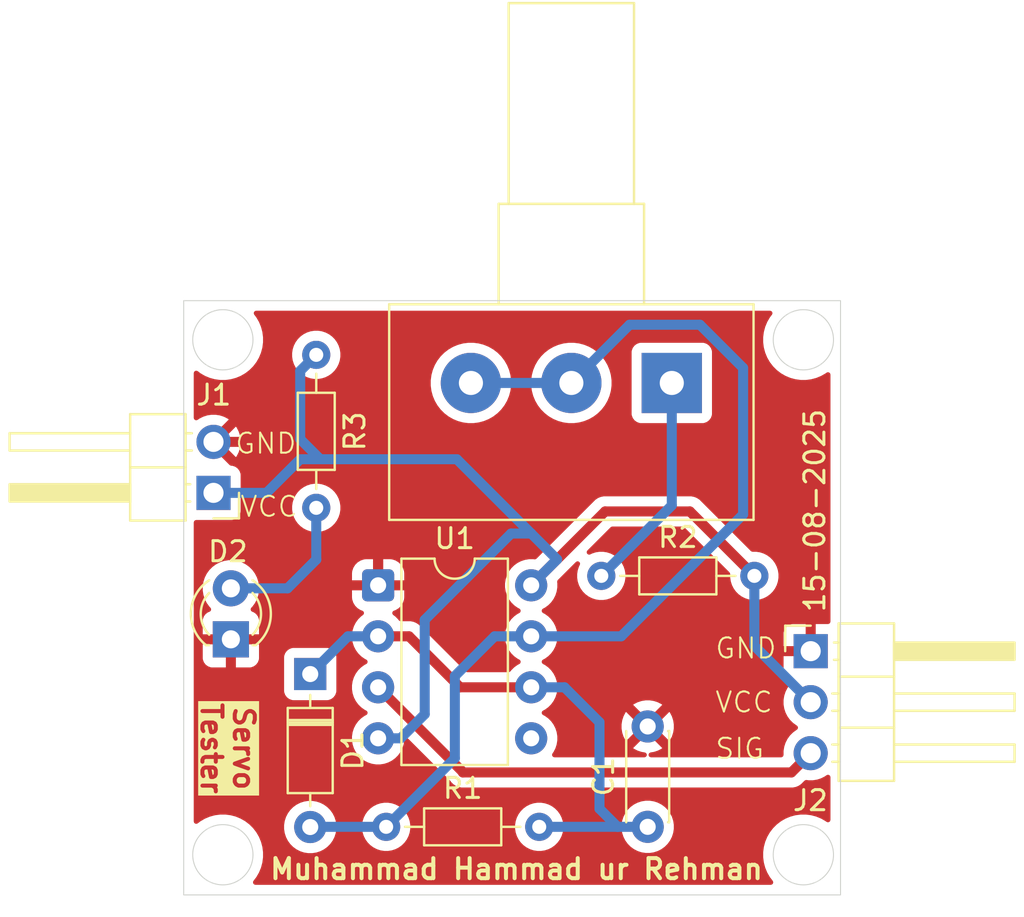
<source format=kicad_pcb>
(kicad_pcb (version 20241229) (generator "pcbnew") (generator_version "9.0")
  (layers (0 "F.Cu" signal) (2 "B.Cu" signal) (13 "F.Paste" user) (15 "B.Paste" user) (5 "F.SilkS" user "F.Silkscreen") (7 "B.SilkS" user "B.Silkscreen") (1 "F.Mask" user) (3 "B.Mask" user) (25 "Edge.Cuts" user))
  (net 0 "")
  (net 1 "Net-(100K1-Pad1)")
  (net 2 "Net-(D1-A)")
  (net 3 "Net-(D1-K)")
  (net 4 "GND")
  (net 5 "Net-(D2-A)")
  (net 6 "/VCC")
  (net 7 "/SIG")
  (footprint "Resistor_THT:R_Axial_DIN0204_L3.6mm_D1.6mm_P7.62mm_Horizontal" (layer "F.Cu") (at 140.98 102.51)
    (property "Reference" "R1" (at 3.81 -1.92 0) (layer "F.SilkS"))
    (property "Value" "3M3")
    (fp_line (start 0.94 0) (end 1.89 0) (stroke (width 0.12)) (layer "F.SilkS"))
    (fp_line (start 1.89 -0.92) (end 1.89 0.92) (stroke (width 0.12)) (layer "F.SilkS"))
    (fp_line (start 1.89 0.92) (end 5.73 0.92) (stroke (width 0.12)) (layer "F.SilkS"))
    (fp_line (start 5.73 -0.92) (end 1.89 -0.92) (stroke (width 0.12)) (layer "F.SilkS"))
    (fp_line (start 5.73 0.92) (end 5.73 -0.92) (stroke (width 0.12)) (layer "F.SilkS"))
    (fp_line (start 6.68 0) (end 5.73 0) (stroke (width 0.12)) (layer "F.SilkS"))
    (pad "1" thru_hole circle (at 0 0) (size 1.4 1.4) (drill 0.7) (layers "*.Cu" "*.Mask") (net 2 "Net-(D1-A)"))
    (pad "2" thru_hole oval (at 7.62 0) (size 1.4 1.4) (drill 0.7) (layers "*.Cu" "*.Mask") (net 3 "Net-(D1-K)"))
  )
  (footprint "Connector_PinHeader_2.54mm:PinHeader_1x03_P2.54mm_Horizontal" (layer "F.Cu") (at 162.115 93.76)
    (property "Reference" "J2" (at -0.015 7.44 0) (layer "F.SilkS"))
    (property "Value" "Conn_01x03_Pin")
    (fp_line (start -1.27 -1.27) (end 0 -1.27) (stroke (width 0.12)) (layer "F.SilkS"))
    (fp_line (start -1.27 0) (end -1.27 -1.27) (stroke (width 0.12)) (layer "F.SilkS"))
    (fp_line (start 1.077358 2.11) (end 1.39 2.11) (stroke (width 0.12)) (layer "F.SilkS"))
    (fp_line (start 1.077358 2.97) (end 1.39 2.97) (stroke (width 0.12)) (layer "F.SilkS"))
    (fp_line (start 1.077358 4.65) (end 1.39 4.65) (stroke (width 0.12)) (layer "F.SilkS"))
    (fp_line (start 1.077358 5.51) (end 1.39 5.51) (stroke (width 0.12)) (layer "F.SilkS"))
    (fp_line (start 1.16 -0.43) (end 1.39 -0.43) (stroke (width 0.12)) (layer "F.SilkS"))
    (fp_line (start 1.16 0.43) (end 1.39 0.43) (stroke (width 0.12)) (layer "F.SilkS"))
    (fp_line (start 1.39 -1.38) (end 1.39 6.46) (stroke (width 0.12)) (layer "F.SilkS"))
    (fp_line (start 1.39 1.27) (end 4.15 1.27) (stroke (width 0.12)) (layer "F.SilkS"))
    (fp_line (start 1.39 3.81) (end 4.15 3.81) (stroke (width 0.12)) (layer "F.SilkS"))
    (fp_line (start 1.39 6.46) (end 4.15 6.46) (stroke (width 0.12)) (layer "F.SilkS"))
    (fp_line (start 4.15 -1.38) (end 1.39 -1.38) (stroke (width 0.12)) (layer "F.SilkS"))
    (fp_line (start 4.15 2.11) (end 10.15 2.11) (stroke (width 0.12)) (layer "F.SilkS"))
    (fp_line (start 4.15 4.65) (end 10.15 4.65) (stroke (width 0.12)) (layer "F.SilkS"))
    (fp_line (start 4.15 6.46) (end 4.15 -1.38) (stroke (width 0.12)) (layer "F.SilkS"))
    (fp_line (start 10.15 2.11) (end 10.15 2.97) (stroke (width 0.12)) (layer "F.SilkS"))
    (fp_line (start 10.15 2.97) (end 4.15 2.97) (stroke (width 0.12)) (layer "F.SilkS"))
    (fp_line (start 10.15 4.65) (end 10.15 5.51) (stroke (width 0.12)) (layer "F.SilkS"))
    (fp_line (start 10.15 5.51) (end 4.15 5.51) (stroke (width 0.12)) (layer "F.SilkS"))
    (fp_rect (start 4.15 -0.43) (end 10.15 0.43) (stroke (width 0.12)) (fill yes) (layer "F.SilkS"))
    (pad "1" thru_hole rect (at 0 0) (size 1.7 1.7) (drill 1) (layers "*.Cu" "*.Mask") (net 4 "GND"))
    (pad "2" thru_hole circle (at 0 2.54) (size 1.7 1.7) (drill 1) (layers "*.Cu" "*.Mask") (net 6 "/VCC"))
    (pad "3" thru_hole circle (at 0 5.08) (size 1.7 1.7) (drill 1) (layers "*.Cu" "*.Mask") (net 7 "/SIG"))
  )
  (footprint "Diode_THT:D_DO-35_SOD27_P7.62mm_Horizontal" (layer "F.Cu") (at 137.2 94.9 -90)
    (property "Reference" "D1" (at 3.81 -2.12 90) (layer "F.SilkS"))
    (property "Value" "1N4148")
    (fp_line (start 1.69 1.12) (end 5.93 1.12) (stroke (width 0.12)) (layer "F.SilkS"))
    (fp_line (start 5.93 1.12) (end 5.93 -1.12) (stroke (width 0.12)) (layer "F.SilkS"))
    (fp_line (start 1.04 0) (end 1.69 0) (stroke (width 0.12)) (layer "F.SilkS"))
    (fp_line (start 6.58 0) (end 5.93 0) (stroke (width 0.12)) (layer "F.SilkS"))
    (fp_line (start 1.69 -1.12) (end 1.69 1.12) (stroke (width 0.12)) (layer "F.SilkS"))
    (fp_line (start 2.29 -1.12) (end 2.29 1.12) (stroke (width 0.12)) (layer "F.SilkS"))
    (fp_line (start 2.41 -1.12) (end 2.41 1.12) (stroke (width 0.12)) (layer "F.SilkS"))
    (fp_line (start 2.53 -1.12) (end 2.53 1.12) (stroke (width 0.12)) (layer "F.SilkS"))
    (fp_line (start 5.93 -1.12) (end 1.69 -1.12) (stroke (width 0.12)) (layer "F.SilkS"))
    (pad "1" thru_hole rect (at 0 0 270) (size 1.6 1.6) (drill 0.8) (layers "*.Cu" "*.Mask") (net 3 "Net-(D1-K)"))
    (pad "2" thru_hole oval (at 7.62 0 270) (size 1.6 1.6) (drill 0.8) (layers "*.Cu" "*.Mask") (net 2 "Net-(D1-A)"))
  )
  (footprint "Package_DIP:DIP-8_W7.62mm" (layer "F.Cu") (at 140.58 90.48)
    (property "Reference" "U1" (at 3.81 -2.33 0) (layer "F.SilkS"))
    (property "Value" "NE555P")
    (fp_line (start 1.16 -1.33) (end 1.16 8.95) (stroke (width 0.12)) (layer "F.SilkS"))
    (fp_line (start 1.16 8.95) (end 6.46 8.95) (stroke (width 0.12)) (layer "F.SilkS"))
    (fp_line (start 2.81 -1.33) (end 1.16 -1.33) (stroke (width 0.12)) (layer "F.SilkS"))
    (fp_line (start 6.46 -1.33) (end 4.81 -1.33) (stroke (width 0.12)) (layer "F.SilkS"))
    (fp_line (start 6.46 8.95) (end 6.46 -1.33) (stroke (width 0.12)) (layer "F.SilkS"))
    (fp_arc (start 4.81 -1.33) (mid 3.81 -0.33) (end 2.81 -1.33) (stroke (width 0.12)) (layer "F.SilkS"))
    (pad "1" thru_hole roundrect (at 0 0) (size 1.6 1.6) (drill 0.8) (layers "*.Cu" "*.Mask") (roundrect_rratio 0.15625) (net 4 "GND"))
    (pad "2" thru_hole circle (at 0 2.54) (size 1.6 1.6) (drill 0.8) (layers "*.Cu" "*.Mask") (net 3 "Net-(D1-K)"))
    (pad "3" thru_hole circle (at 0 5.08) (size 1.6 1.6) (drill 0.8) (layers "*.Cu" "*.Mask") (net 7 "/SIG"))
    (pad "4" thru_hole circle (at 0 7.62) (size 1.6 1.6) (drill 0.8) (layers "*.Cu" "*.Mask") (net 6 "/VCC"))
    (pad "5" thru_hole circle (at 7.62 7.62) (size 1.6 1.6) (drill 0.8) (layers "*.Cu" "*.Mask"))
    (pad "6" thru_hole circle (at 7.62 5.08) (size 1.6 1.6) (drill 0.8) (layers "*.Cu" "*.Mask") (net 3 "Net-(D1-K)"))
    (pad "7" thru_hole circle (at 7.62 2.54) (size 1.6 1.6) (drill 0.8) (layers "*.Cu" "*.Mask") (net 2 "Net-(D1-A)"))
    (pad "8" thru_hole circle (at 7.62 0) (size 1.6 1.6) (drill 0.8) (layers "*.Cu" "*.Mask") (net 6 "/VCC"))
  )
  (footprint "Connector_PinHeader_2.54mm:PinHeader_1x02_P2.54mm_Horizontal" (layer "F.Cu") (at 132.385 85.875 180)
    (property "Reference" "J1" (at -0.015 4.875 0) (layer "F.SilkS"))
    (property "Value" "Conn_01x02_Pin")
    (fp_line (start 10.15 2.97) (end 4.15 2.97) (stroke (width 0.12)) (layer "F.SilkS"))
    (fp_line (start 10.15 2.11) (end 10.15 2.97) (stroke (width 0.12)) (layer "F.SilkS"))
    (fp_line (start 4.15 3.92) (end 4.15 -1.38) (stroke (width 0.12)) (layer "F.SilkS"))
    (fp_line (start 4.15 2.11) (end 10.15 2.11) (stroke (width 0.12)) (layer "F.SilkS"))
    (fp_line (start 4.15 -1.38) (end 1.39 -1.38) (stroke (width 0.12)) (layer "F.SilkS"))
    (fp_line (start 1.39 3.92) (end 4.15 3.92) (stroke (width 0.12)) (layer "F.SilkS"))
    (fp_line (start 1.39 1.27) (end 4.15 1.27) (stroke (width 0.12)) (layer "F.SilkS"))
    (fp_line (start 1.39 -1.38) (end 1.39 3.92) (stroke (width 0.12)) (layer "F.SilkS"))
    (fp_line (start 1.16 0.43) (end 1.39 0.43) (stroke (width 0.12)) (layer "F.SilkS"))
    (fp_line (start 1.16 -0.43) (end 1.39 -0.43) (stroke (width 0.12)) (layer "F.SilkS"))
    (fp_line (start 1.077358 2.97) (end 1.39 2.97) (stroke (width 0.12)) (layer "F.SilkS"))
    (fp_line (start 1.077358 2.11) (end 1.39 2.11) (stroke (width 0.12)) (layer "F.SilkS"))
    (fp_line (start -1.27 0) (end -1.27 -1.27) (stroke (width 0.12)) (layer "F.SilkS"))
    (fp_line (start -1.27 -1.27) (end 0 -1.27) (stroke (width 0.12)) (layer "F.SilkS"))
    (fp_rect (start 4.15 -0.43) (end 10.15 0.43) (stroke (width 0.12)) (fill yes) (layer "F.SilkS"))
    (pad "1" thru_hole rect (at 0 0 180) (size 1.7 1.7) (drill 1) (layers "*.Cu" "*.Mask") (net 6 "/VCC"))
    (pad "2" thru_hole circle (at 0 2.54 180) (size 1.7 1.7) (drill 1) (layers "*.Cu" "*.Mask") (net 4 "GND"))
  )
  (footprint "Resistor_THT:R_Axial_DIN0204_L3.6mm_D1.6mm_P7.62mm_Horizontal" (layer "F.Cu") (at 137.5 79 -90)
    (property "Reference" "R3" (at 3.81 -1.92 90) (layer "F.SilkS"))
    (property "Value" "1k")
    (fp_line (start 1.89 0.92) (end 5.73 0.92) (stroke (width 0.12)) (layer "F.SilkS"))
    (fp_line (start 5.73 0.92) (end 5.73 -0.92) (stroke (width 0.12)) (layer "F.SilkS"))
    (fp_line (start 0.94 0) (end 1.89 0) (stroke (width 0.12)) (layer "F.SilkS"))
    (fp_line (start 6.68 0) (end 5.73 0) (stroke (width 0.12)) (layer "F.SilkS"))
    (fp_line (start 1.89 -0.92) (end 1.89 0.92) (stroke (width 0.12)) (layer "F.SilkS"))
    (fp_line (start 5.73 -0.92) (end 1.89 -0.92) (stroke (width 0.12)) (layer "F.SilkS"))
    (pad "1" thru_hole circle (at 0 0 270) (size 1.4 1.4) (drill 0.7) (layers "*.Cu" "*.Mask") (net 6 "/VCC"))
    (pad "2" thru_hole oval (at 7.62 0 270) (size 1.4 1.4) (drill 0.7) (layers "*.Cu" "*.Mask") (net 5 "Net-(D2-A)"))
  )
  (footprint "LED_THT:LED_D3.0mm" (layer "F.Cu") (at 133.25 93.17 90)
    (property "Reference" "D2" (at 4.37 -0.15 180) (layer "F.SilkS"))
    (property "Value" "LED")
    (fp_line (start -0.29 -1.236) (end -0.29 -1.08) (stroke (width 0.12)) (layer "F.SilkS"))
    (fp_line (start -0.29 1.08) (end -0.29 1.236) (stroke (width 0.12)) (layer "F.SilkS"))
    (fp_arc (start -0.29 -1.235516) (mid 1.365624 -1.987701) (end 2.941397 -1.080061) (stroke (width 0.12)) (layer "F.SilkS"))
    (fp_arc (start 0.229039 -1.08) (mid 1.269964 -1.5) (end 2.31091 -1.080049) (stroke (width 0.12)) (layer "F.SilkS"))
    (fp_arc (start 2.31091 1.080049) (mid 1.269964 1.5) (end 0.229039 1.08) (stroke (width 0.12)) (layer "F.SilkS"))
    (fp_arc (start 2.941397 1.080061) (mid 1.365624 1.987701) (end -0.29 1.235516) (stroke (width 0.12)) (layer "F.SilkS"))
    (pad "1" thru_hole rect (at 0 0 90) (size 1.8 1.8) (drill 0.9) (layers "*.Cu" "*.Mask") (net 4 "GND"))
    (pad "2" thru_hole circle (at 2.54 0 90) (size 1.8 1.8) (drill 0.9) (layers "*.Cu" "*.Mask") (net 5 "Net-(D2-A)"))
  )
  (footprint "Capacitor_THT:C_Disc_D4.3mm_W1.9mm_P5.00mm" (layer "F.Cu") (at 154 102.51 90)
    (property "Reference" "C1" (at 2.5 -2.2 90) (layer "F.SilkS"))
    (property "Value" "22nf")
    (fp_line (start 0.23 -1.07) (end 4.77 -1.07) (stroke (width 0.12)) (layer "F.SilkS"))
    (fp_line (start 4.77 1.014) (end 4.77 1.07) (stroke (width 0.12)) (layer "F.SilkS"))
    (fp_line (start 0.23 1.014) (end 0.23 1.07) (stroke (width 0.12)) (layer "F.SilkS"))
    (fp_line (start 0.23 1.07) (end 4.77 1.07) (stroke (width 0.12)) (layer "F.SilkS"))
    (pad "1" thru_hole circle (at 0 0 90) (size 1.6 1.6) (drill 0.8) (layers "*.Cu" "*.Mask") (net 3 "Net-(D1-K)"))
    (pad "2" thru_hole circle (at 5 0 90) (size 1.6 1.6) (drill 0.8) (layers "*.Cu" "*.Mask") (net 4 "GND"))
  )
  (footprint "Resistor_THT:R_Axial_DIN0204_L3.6mm_D1.6mm_P7.62mm_Horizontal" (layer "F.Cu") (at 151.69 90.01)
    (property "Reference" "R2" (at 3.81 -1.92 0) (layer "F.SilkS"))
    (property "Value" "56k")
    (fp_line (start 0.94 0) (end 1.89 0) (stroke (width 0.12)) (layer "F.SilkS"))
    (fp_line (start 1.89 -0.92) (end 1.89 0.92) (stroke (width 0.12)) (layer "F.SilkS"))
    (fp_line (start 1.89 0.92) (end 5.73 0.92) (stroke (width 0.12)) (layer "F.SilkS"))
    (fp_line (start 5.73 -0.92) (end 1.89 -0.92) (stroke (width 0.12)) (layer "F.SilkS"))
    (fp_line (start 5.73 0.92) (end 5.73 -0.92) (stroke (width 0.12)) (layer "F.SilkS"))
    (fp_line (start 6.68 0) (end 5.73 0) (stroke (width 0.12)) (layer "F.SilkS"))
    (pad "1" thru_hole circle (at 0 0) (size 1.4 1.4) (drill 0.7) (layers "*.Cu" "*.Mask") (net 1 "Net-(100K1-Pad1)"))
    (pad "2" thru_hole oval (at 7.62 0) (size 1.4 1.4) (drill 0.7) (layers "*.Cu" "*.Mask") (net 6 "/VCC"))
  )
  (footprint "Potentiometer_THT:Potentiometer_Alps_RK163_Single_Horizontal" (layer "F.Cu") (at 155.2 80.4 -90)
    (property "Reference" "100K" (hide yes))
    (property "Value" "R_Potentiometer")
    (fp_line (start -3.92 14.07) (end -3.92 -4.07) (stroke (width 0.12)) (layer "F.SilkS"))
    (fp_line (start 6.82 14.07) (end -3.92 14.07) (stroke (width 0.12)) (layer "F.SilkS"))
    (fp_line (start 6.82 14.07) (end 6.82 -4.07) (stroke (width 0.12)) (layer "F.SilkS"))
    (fp_line (start -8.92 8.62) (end -8.92 1.38) (stroke (width 0.12)) (layer "F.SilkS"))
    (fp_line (start -3.92 8.62) (end -8.92 8.62) (stroke (width 0.12)) (layer "F.SilkS"))
    (fp_line (start -18.92 8.12) (end -18.92 1.88) (stroke (width 0.12)) (layer "F.SilkS"))
    (fp_line (start -8.92 8.12) (end -18.92 8.12) (stroke (width 0.12)) (layer "F.SilkS"))
    (fp_line (start -8.92 1.88) (end -18.92 1.88) (stroke (width 0.12)) (layer "F.SilkS"))
    (fp_line (start -3.92 1.38) (end -8.92 1.38) (stroke (width 0.12)) (layer "F.SilkS"))
    (fp_line (start 6.82 -4.07) (end -3.92 -4.07) (stroke (width 0.12)) (layer "F.SilkS"))
    (pad "1" thru_hole rect (at 0 0 90) (size 3 3) (drill 1.2) (layers "*.Cu" "*.Mask") (net 1 "Net-(100K1-Pad1)"))
    (pad "2" thru_hole circle (at 0 5 90) (size 3 3) (drill 1.2) (layers "*.Cu" "*.Mask") (net 2 "Net-(D1-A)"))
    (pad "3" thru_hole circle (at 0 10 90) (size 3 3) (drill 1.2) (layers "*.Cu" "*.Mask") (net 2 "Net-(D1-A)"))
  )
  (gr_rect (start 130.9 76.3) (end 163.6 105.9) (stroke (width 0.05)) (fill no) (layer "Edge.Cuts"))
  (gr_circle (center 132.85 78.25) (end 134.35 78.25) (stroke (width 0.05)) (fill no) (layer "Edge.Cuts"))
  (gr_circle (center 132.85 103.9) (end 134.35 103.9) (stroke (width 0.05)) (fill no) (layer "Edge.Cuts"))
  (gr_circle (center 161.75 103.9) (end 163.25 103.9) (stroke (width 0.05)) (fill no) (layer "Edge.Cuts"))
  (gr_circle (center 161.75 78.25) (end 163.25 78.25) (stroke (width 0.05)) (fill no) (layer "Edge.Cuts"))
  (gr_text "Servo\nTester\n" (at 131.7 98.6 270) (layer "F.SilkS" knockout) (effects (font (size 1 1) (thickness 0.2) (bold yes)) (justify bottom)))
  (gr_text "VCC\n\n" (at 157.3 98.5 0) (layer "F.SilkS") (effects (font (size 1 1) (thickness 0.1)) (justify left bottom)))
  (gr_text "GND\n" (at 157.3 94.2 0) (layer "F.SilkS") (effects (font (size 1 1) (thickness 0.1)) (justify left bottom)))
  (gr_text "15-08-2025" (at 162.9 91.9 90) (layer "F.SilkS") (effects (font (size 1 1)) (justify left bottom)))
  (gr_text "VCC\n" (at 133.655 87.145 0) (layer "F.SilkS") (effects (font (size 1 1) (thickness 0.1)) (justify left bottom)))
  (gr_text "GND\n" (at 133.4 84 0) (layer "F.SilkS") (effects (font (size 1 1) (thickness 0.1)) (justify left bottom)))
  (gr_text "SIG\n" (at 157.3 99.2 0) (layer "F.SilkS") (effects (font (size 1 1) (thickness 0.1)) (justify left bottom)))
  (gr_text "Muhammad Hammad ur Rehman\n" (at 135.1 105.2 0) (layer "F.SilkS") (effects (font (size 1 1) (thickness 0.2) (bold yes)) (justify left bottom)))
  (segment (start 155.2 80.4) (end 155.2 86.5) (width 0.5) (layer "B.Cu") (net 1))
  (segment (start 155.2 86.5) (end 151.69 90.01) (width 0.5) (layer "B.Cu") (net 1))
  (segment (start 150.2 80.4) (end 153.1 77.5) (width 0.5) (layer "B.Cu") (net 2))
  (segment (start 144.4 99.09) (end 140.98 102.51) (width 0.5) (layer "B.Cu") (net 2))
  (segment (start 146.38 93.02) (end 144.4 95) (width 0.5) (layer "B.Cu") (net 2))
  (segment (start 158.75 86.95) (end 158.75 79.65) (width 0.5) (layer "B.Cu") (net 2))
  (segment (start 144.4 95) (end 144.4 99.09) (width 0.5) (layer "B.Cu") (net 2))
  (segment (start 152.68 93.02) (end 158.75 86.95) (width 0.5) (layer "B.Cu") (net 2))
  (segment (start 145.2 80.4) (end 150.2 80.4) (width 0.5) (layer "B.Cu") (net 2))
  (segment (start 153.1 77.5) (end 156.6 77.5) (width 0.5) (layer "B.Cu") (net 2))
  (segment (start 148.2 93.02) (end 146.38 93.02) (width 0.5) (layer "B.Cu") (net 2))
  (segment (start 148.2 93.02) (end 152.68 93.02) (width 0.5) (layer "B.Cu") (net 2))
  (segment (start 158.75 79.65) (end 156.6 77.5) (width 0.5) (layer "B.Cu") (net 2))
  (segment (start 137.21 102.51) (end 137.2 102.52) (width 0.5) (layer "B.Cu") (net 2))
  (segment (start 140.98 102.51) (end 137.21 102.51) (width 0.5) (layer "B.Cu") (net 2))
  (segment (start 142.12 93.02) (end 144.66 95.56) (width 0.5) (layer "F.Cu") (net 3))
  (segment (start 140.58 93.02) (end 142.12 93.02) (width 0.5) (layer "F.Cu") (net 3))
  (segment (start 144.66 95.56) (end 148.2 95.56) (width 0.5) (layer "F.Cu") (net 3))
  (segment (start 151.6 97.3) (end 151.6 101.61) (width 0.5) (layer "B.Cu") (net 3))
  (segment (start 152.5 102.51) (end 154 102.51) (width 0.5) (layer "B.Cu") (net 3))
  (segment (start 149.86 95.56) (end 151.6 97.3) (width 0.5) (layer "B.Cu") (net 3))
  (segment (start 139.08 93.02) (end 137.2 94.9) (width 0.5) (layer "B.Cu") (net 3))
  (segment (start 140.58 93.02) (end 139.08 93.02) (width 0.5) (layer "B.Cu") (net 3))
  (segment (start 148.6 102.51) (end 152.5 102.51) (width 0.5) (layer "B.Cu") (net 3))
  (segment (start 148.2 95.56) (end 149.86 95.56) (width 0.5) (layer "B.Cu") (net 3))
  (segment (start 151.6 101.61) (end 152.5 102.51) (width 0.5) (layer "B.Cu") (net 3))
  (segment (start 140.58 86.32) (end 140.58 90.48) (width 0.5) (layer "F.Cu") (net 4))
  (segment (start 140.6 86.3) (end 140.58 86.32) (width 0.5) (layer "F.Cu") (net 4))
  (segment (start 137.635 83.335) (end 140.6 86.3) (width 0.5) (layer "F.Cu") (net 4))
  (segment (start 132.385 83.335) (end 137.635 83.335) (width 0.5) (layer "F.Cu") (net 4))
  (segment (start 137.5 89.2) (end 136.07 90.63) (width 0.5) (layer "B.Cu") (net 5))
  (segment (start 137.5 86.62) (end 137.5 89.2) (width 0.5) (layer "B.Cu") (net 5))
  (segment (start 136.07 90.63) (end 133.25 90.63) (width 0.5) (layer "B.Cu") (net 5))
  (segment (start 148.2 90.48) (end 151.88 86.8) (width 0.5) (layer "F.Cu") (net 6))
  (segment (start 151.88 86.8) (end 156.1 86.8) (width 0.5) (layer "F.Cu") (net 6))
  (segment (start 156.1 86.8) (end 159.31 90.01) (width 0.5) (layer "F.Cu") (net 6))
  (segment (start 149.49 89.19) (end 148.2 87.9) (width 0.5) (layer "B.Cu") (net 6))
  (segment (start 162.115 96.3) (end 159.31 93.495) (width 0.5) (layer "B.Cu") (net 6))
  (segment (start 159.31 93.495) (end 159.31 90.01) (width 0.5) (layer "B.Cu") (net 6))
  (segment (start 137.5 79) (end 136.7 79.8) (width 0.5) (layer "B.Cu") (net 6))
  (segment (start 148.2 87.9) (end 147.2 87.9) (width 0.5) (layer "B.Cu") (net 6))
  (segment (start 136.7 84.2) (end 137.7 84.2) (width 0.5) (layer "B.Cu") (net 6))
  (segment (start 136.7 83.2) (end 137.7 84.2) (width 0.5) (layer "B.Cu") (net 6))
  (segment (start 142.9 92.2) (end 142.9 96.9) (width 0.5) (layer "B.Cu") (net 6))
  (segment (start 141.7 98.1) (end 140.58 98.1) (width 0.5) (layer "B.Cu") (net 6))
  (segment (start 137.7 84.2) (end 144.5 84.2) (width 0.5) (layer "B.Cu") (net 6))
  (segment (start 135.025 85.875) (end 136.7 84.2) (width 0.5) (layer "B.Cu") (net 6))
  (segment (start 148.2 90.48) (end 149.49 89.19) (width 0.5) (layer "B.Cu") (net 6))
  (segment (start 136.7 79.8) (end 136.7 83.2) (width 0.5) (layer "B.Cu") (net 6))
  (segment (start 142.9 96.9) (end 141.7 98.1) (width 0.5) (layer "B.Cu") (net 6))
  (segment (start 147.2 87.9) (end 142.9 92.2) (width 0.5) (layer "B.Cu") (net 6))
  (segment (start 144.5 84.2) (end 148.2 87.9) (width 0.5) (layer "B.Cu") (net 6))
  (segment (start 132.385 85.875) (end 135.025 85.875) (width 0.5) (layer "B.Cu") (net 6))
  (segment (start 161.155 99.8) (end 144.8 99.8) (width 0.5) (layer "F.Cu") (net 7))
  (segment (start 162.115 98.84) (end 161.155 99.8) (width 0.5) (layer "F.Cu") (net 7))
  (segment (start 144.8 99.78) (end 140.58 95.56) (width 0.5) (layer "F.Cu") (net 7))
  (segment (start 144.8 99.8) (end 144.8 99.78) (width 0.5) (layer "F.Cu") (net 7))
  (zone (net 4) (net_name "GND") (layer "F.Cu") (connect_pads (clearance 0.5)) (min_thickness 0.25) (fill yes (thermal_gap 0.5) (thermal_bridge_width 0.5))
    (polygon (pts (xy 130 75.2) (xy 130.1 107) (xy 164.4 107) (xy 164.4 75) (xy 130 75)))
  )
)
</source>
